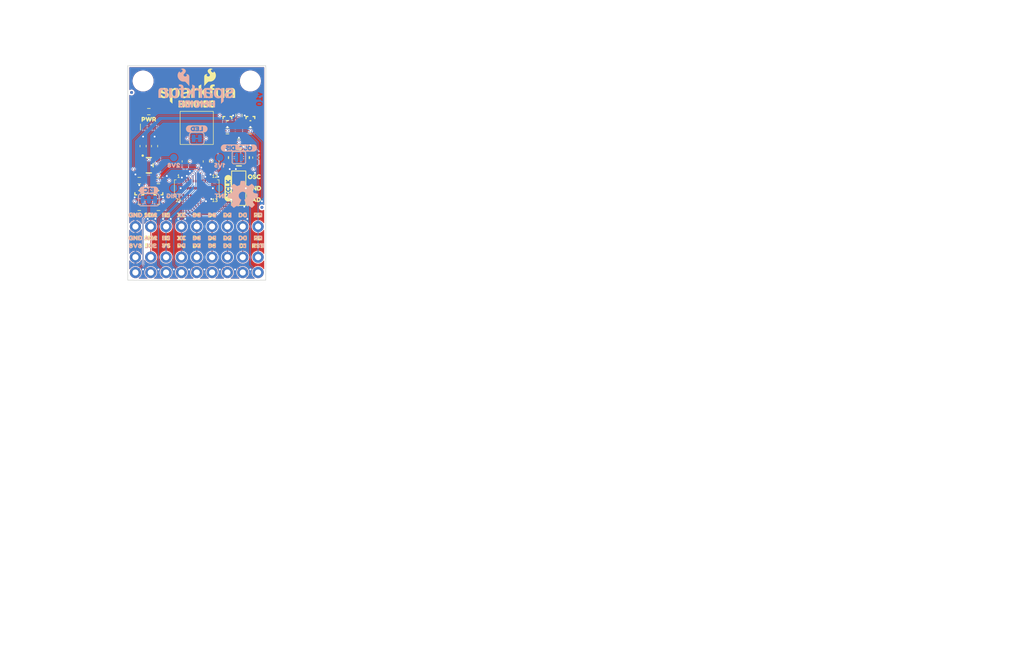
<source format=kicad_pcb>
(kicad_pcb (version 20240108) (generator "pcbnew") (generator_version "8.0")
  (title_block (title "SparkFun Camera Board - HM01B0") (date "2025-05-07") (rev "v10") (company "SparkFun Electronics") (comment 1 "Designed by: Dryw Wade"))
  (layers (0 "F.Cu" signal) (1 "In1.Cu" signal) (2 "In2.Cu" signal) (31 "B.Cu" signal) (34 "B.Paste" user) (35 "F.Paste" user) (36 "B.SilkS" user "B.Silkscreen") (37 "F.SilkS" user "F.Silkscreen") (38 "B.Mask" user) (39 "F.Mask" user) (44 "Edge.Cuts" user))
  (net 0 "")
  (net 1 "2.8V")
  (net 2 "3.3V")
  (net 3 "GND")
  (net 4 "SCL")
  (net 5 "SDA")
  (net 6 "Net-(J4-INT)")
  (net 7 "CAM_PCLK")
  (net 8 "CAM_D6")
  (net 9 "CAM_D7")
  (net 10 "CAM_SCL")
  (net 11 "PAD_XCLK")
  (net 12 "CAM_D2")
  (net 13 "CAM_D3")
  (net 14 "CAM_D0")
  (net 15 "CAM_SDA")
  (net 16 "CAM_D5")
  (net 17 "CAM_D4")
  (net 18 "CAM_D1")
  (net 19 "CAM_VS")
  (net 20 "CAM_HS")
  (net 21 "Net-(JP1-C)")
  (net 22 "Net-(JP1-A)")
  (net 23 "CAM_XCLK")
  (net 24 "Net-(JP3-A)")
  (net 25 "Net-(JP5-B)")
  (net 26 "Net-(D1-A)")
  (net 27 "1.5V")
  (net 28 "Net-(J4-TRIG)")
  (net 29 "Net-(Q3-D)")
  (net 30 "CAM_RST")
  (net 31 "CAM_PWDN")
  (net 33 "Net-(D1-K)")
  (footprint "kibuzzard-67A69D1B" (layer "F.Cu") (at 129.54 117.475)
    (property "Reference" "kibuzzard-67A69D1B" (hide yes))
    (property "Value" "G***" (hide yes))
  )
  (footprint "lcd-tft:Socket_2x12_0.4mm-pitch_5055502420" (layer "F.Cu") (at 127 109.22)
    (property "Reference" "J4")
    (property "Value" "HM01B0")
  )
  (footprint "SparkFun-Aesthetic:Creative_Commons_License" (layer "F.Cu") (at 217.17 168.91)
    (property "Reference" "G3" (hide yes))
    (property "Value" "OSHW_Logo" (hide yes))
  )
  (footprint "kibuzzard-67A69CDC" (layer "F.Cu") (at 116.84 118.745)
    (property "Reference" "kibuzzard-67A69CDC" (hide yes))
    (property "Value" "G***" (hide yes))
  )
  (footprint "kibuzzard-67A69E51" (layer "F.Cu") (at 121.92 118.745)
    (property "Reference" "kibuzzard-67A69E51" (hide yes))
    (property "Value" "G***" (hide yes))
  )
  (footprint "SparkFun-Jumper:Jumper_2_NO_NoSilk" (layer "F.Cu") (at 133.985 111.125)
    (property "Reference" "JP2")
    (property "Value" "XCLK_PAD")
  )
  (footprint "kibuzzard-67A69D1B" (layer "F.Cu") (at 129.54 113.665)
    (property "Reference" "kibuzzard-67A69D1B" (hide yes))
    (property "Value" "G***" (hide yes))
  )
  (footprint "SparkFun-Aesthetic:SparkFun_Logo_12.5mm" (layer "F.Cu") (at 127 93.345)
    (property "Reference" "G***" (hide yes))
    (property "Value" "LOGO" (hide yes))
  )
  (footprint "kibuzzard-67A69D28" (layer "F.Cu") (at 127 117.475)
    (property "Reference" "kibuzzard-67A69D28" (hide yes))
    (property "Value" "G***" (hide yes))
  )
  (footprint "kibuzzard-67ABE0F8" (layer "F.Cu") (at 124.46 113.665)
    (property "Reference" "kibuzzard-67ABE0F8" (hide yes))
    (property "Value" "G***" (hide yes))
  )
  (footprint "kibuzzard-67A69D0C" (layer "F.Cu") (at 134.62 117.475)
    (property "Reference" "kibuzzard-67A69D0C" (hide yes))
    (property "Value" "G***" (hide yes))
  )
  (footprint "SparkFun-Connector:1x09" (layer "F.Cu") (at 116.84 123.19)
    (property "Reference" "J1")
    (property "Value" "Conn_01x09")
  )
  (footprint "SparkFun-Resistor:R_0603_1608Metric" (layer "F.Cu") (at 133.985 101.6 180)
    (property "Reference" "R8")
    (property "Value" "100k")
  )
  (footprint "kibuzzard-67A69E55" (layer "F.Cu") (at 121.92 117.475)
    (property "Reference" "kibuzzard-67A69E55" (hide yes))
    (property "Value" "G***" (hide yes))
  )
  (footprint "SparkFun-Semiconductor-Standard:SC-89 SOT-490" (layer "F.Cu") (at 120.649998 110.49 180)
    (property "Reference" "Q1")
    (property "Value" "RE1C002UNTCL")
  )
  (footprint "SparkFun-Aesthetic:Fiducial_0.5mm_Mask1mm" (layer "F.Cu") (at 137.795 112.395)
    (property "Reference" "FID4")
    (property "Value" "Fiducial_0.5mm")
  )
  (footprint "SparkFun-Hardware:Standoff" (layer "F.Cu") (at 118.11 91.44)
    (property "Reference" "ST1")
    (property "Value" "Standoff")
  )
  (footprint "SparkFun-Resistor:R_0603_1608Metric" (layer "F.Cu") (at 135.89 99.695 180)
    (property "Reference" "R5")
    (property "Value" "100k")
  )
  (footprint "SparkFun-Aesthetic:Fiducial_0.5mm_Mask1mm" (layer "F.Cu") (at 116.205 93.345)
    (property "Reference" "FID1")
    (property "Value" "Fiducial_0.5mm")
  )
  (footprint "kibuzzard-67ABE11C" (layer "F.Cu") (at 137.16 113.665)
    (property "Reference" "kibuzzard-67ABE11C" (hide yes))
    (property "Value" "G***" (hide yes))
  )
  (footprint "kibuzzard-67A69D2F" (layer "F.Cu") (at 129.54 118.745)
    (property "Reference" "kibuzzard-67A69D2F" (hide yes))
    (property "Value" "G***" (hide yes))
  )
  (footprint "SparkFun-Jumper:Jumper_2_NC_Trace_NoSilk" (layer "F.Cu") (at 133.985 107.315)
    (property "Reference" "JP3")
    (property "Value" "XCLK_OSC")
  )
  (footprint "kibuzzard-681E464E" (layer "F.Cu") (at 136.525 107.315)
    (property "Reference" "kibuzzard-681E464E" (hide yes))
    (property "Value" "G***" (hide yes))
  )
  (footprint "kibuzzard-67D1FF49" (layer "F.Cu") (at 127 95.25)
    (property "Reference" "kibuzzard-67D1FF49" (hide yes))
    (property "Value" "G***" (hide yes))
  )
  (footprint "kibuzzard-67A69CD2" (layer "F.Cu") (at 137.16 118.745)
    (property "Reference" "kibuzzard-67A69CD2" (hide yes))
    (property "Value" "G***" (hide yes))
  )
  (footprint "SparkFun-Capacitor:C_0603_1608Metric" (layer "F.Cu") (at 118.11 102.235 90)
    (property "Reference" "C1")
    (property "Value" "2.2uF")
  )
  (footprint "SparkFun-Capacitor:C_0603_1608Metric" (layer "F.Cu") (at 125.095 104.775 90)
    (property "Reference" "C7")
    (property "Value" "0.1uF")
  )
  (footprint "SparkFun-Capacitor:C_0603_1608Metric" (layer "F.Cu") (at 120.015 102.235 90)
    (property "Reference" "C2")
    (property "Value" "2.2uF")
  )
  (footprint "kibuzzard-681E465E" (layer "F.Cu") (at 136.525 109.22)
    (property "Reference" "kibuzzard-681E465E" (hide yes))
    (property "Value" "G***" (hide yes))
  )
  (footprint "SparkFun-Resistor:R_0603_1608Metric" (layer "F.Cu") (at 117.475 107.95)
    (property "Reference" "R4")
    (property "Value" "2.2k")
  )
  (footprint "kibuzzard-67A69CE2" (layer "F.Cu") (at 116.84 117.475)
    (property "Reference" "kibuzzard-67A69CE2" (hide yes))
    (property "Value" "G***" (hide yes))
  )
  (footprint "kibuzzard-67A69CEA" (layer "F.Cu") (at 119.38 113.665)
    (property "Reference" "kibuzzard-67A69CEA" (hide yes))
    (property "Value" "G***" (hide yes))
  )
  (footprint "SparkFun-Resistor:R_0603_1608Metric" (layer "F.Cu") (at 119.0625 96.52 180)
    (property "Reference" "R7")
    (property "Value" "2.2k")
  )
  (footprint "kibuzzard-67A69D0C" (layer "F.Cu") (at 134.62 113.665)
    (property "Reference" "kibuzzard-67A69D0C" (hide yes))
    (property "Value" "G***" (hide yes))
  )
  (footprint "kibuzzard-67ABE102" (layer "F.Cu") (at 124.46 118.745)
    (property "Reference" "kibuzzard-67ABE102" (hide yes))
    (property "Value" "G***" (hide yes))
  )
  (footprint "kibuzzard-67A69D32" (layer "F.Cu") (at 127 118.745)
    (property "Reference" "kibuzzard-67A69D32" (hide yes))
    (property "Value" "G***" (hide yes))
  )
  (footprint "SparkFun-Resistor:R_0603_1608Metric" (layer "F.Cu") (at 120.649998 107.95)
    (property "Reference" "R3")
    (property "Value" "2.2k")
  )
  (footprint "kibuzzard-681E60D5" (layer "F.Cu") (at 132.207 109.22 90)
    (property "Reference" "kibuzzard-681E60D5" (hide yes))
    (property "Value" "G***" (hide yes))
  )
  (footprint "kibuzzard-67A69CE6" (layer "F.Cu") (at 119.38 118.745)
    (property "Reference" "kibuzzard-67A69CE6" (hide yes))
    (property "Value" "G***" (hide yes))
  )
  (footprint "lcd-tft:HM01B0-ANA-00FT870" (layer "F.Cu") (at 127 109.22)
    (property "Reference" "U1")
    (property "Value" "HM01B0")
  )
  (footprint "SparkFun-Semiconductor-Standard:SC-89 SOT-490" (layer "F.Cu") (at 117.475 110.49 180)
    (property "Reference" "Q2")
    (property "Value" "RE1C002UNTCL")
  )
  (footprint "kibuzzard-67ABE0F8" (layer "F.Cu") (at 124.46 117.475)
    (property "Reference" "kibuzzard-67ABE0F8" (hide yes))
    (property "Value" "G***" (hide yes))
  )
  (footprint "kibuzzard-67D21B41" (layer "F.Cu") (at 119.0625 97.79)
    (property "Reference" "kibuzzard-67D21B41" (hide yes))
    (property "Value" "G***" (hide yes))
  )
  (footprint "SparkFun-Capacitor:C_0603_1608Metric" (layer "F.Cu") (at 136.779 104.14 90)
    (property "Reference" "C5")
    (property "Value" "10nF")
  )
  (footprint "kibuzzard-681E611B" (layer "F.Cu") (at 136.525 111.125)
    (property "Reference" "kibuzzard-681E611B" (hide yes))
    (property "Value" "G***" (hide yes))
  )
  (footprint "SparkFun-Capacitor:C_0603_1608Metric" (layer "F.Cu") (at 130.175 104.775 90)
    (property "Reference" "C6")
    (property "Value" "0.1uF")
  )
  (footprint "SparkFun-Resistor:R_0603_1608Metric" (layer "F.Cu") (at 120.649996 112.395)
    (property "Reference" "R1")
    (property "Value" "2.2k")
  )
  (footprint "SparkFun-Capacitor:C_0603_1608Metric" (layer "F.Cu") (at 128.5875 104.775 90)
    (property "Reference" "C8")
    (property "Value" "0.1uF")
  )
  (footprint "SparkFun-Semiconductor-Standard:SC-89 SOT-490" (layer "F.Cu") (at 132.08 97.155)
    (property "Reference" "Q4")
    (property "Value" "RE1C002UNTCL")
  )
  (footprint "SparkFun-Resistor:R_0603_1608Metric" (layer "F.Cu") (at 132.08 99.695 180)
    (property "Reference" "R6")
    (property "Value" "100k")
  )
  (footprint "SparkFun-Jumper:Jumper_2_NO_NoSilk" (layer "F.Cu") (at 133.985 109.22)
    (property "Reference" "JP6")
    (property "Value" "XCLK_GND")
  )
  (footprint "kibuzzard-67ABE11C" (layer "F.Cu") (at 137.16 117.475)
    (property "Reference" "kibuzzard-67ABE11C" (hide yes))
    (property "Value" "G***" (hide yes))
  )
  (footprint "kibuzzard-67A69D16" (layer "F.Cu") (at 132.08 113.665)
    (property "Reference" "kibuzzard-67A69D16" (hide yes))
    (property "Value" "G***" (hide yes))
  )
  (footprint "kibuzzard-67A69CE2" (layer "F.Cu") (at 116.84 113.665)
    (property "Reference" "kibuzzard-67A69CE2" (hide yes))
    (property "Value" "G***" (hide yes))
  )
  (footprint "SparkFun-Resistor:R_0603_1608Metric" (layer "F.Cu") (at 117.475 112.395)
    (property "Reference" "R2")
    (property "Value" "2.2k")
  )
  (footprint "SparkFun-LED:LED_0603_1608Metric_Red" (layer "F.Cu") (at 119.0625 99.06)
    (property "Reference" "D1")
    (property "Value" "Red")
  )
  (footprint "SparkFun-Connector:1x09" (layer "F.Cu") (at 116.84 115.57)
    (property "Reference" "J3")
    (property "Value" "Conn_01x09")
  )
  (footprint "kibuzzard-67A69D16" (layer "F.Cu") (at 132.08 117.475)
    (property "Reference" "kibuzzard-67A69D16" (hide yes))
    (property "Value" "G***" (hide yes))
  )
  (footprint "SparkFun-Hardware:Standoff" (layer "F.Cu") (at 135.89 91.44)
    (property "Reference" "ST2")
    (property "Value" "Standoff")
  )
  (footprint "SparkFun-Resistor:R_0603_1608Metric" (layer "F.Cu") (at 133.985 97.155 90)
    (property "Reference" "R9")
    (property "Value" "100k")
  )
  (footprint "SparkFun-Clock:Crystal_SMD_3.2x2.5mm" (layer "F.Cu") (at 133.985 104.14 180)
    (property "Reference" "Y1")
    (property "Value" "24MHz")
  )
  (footprint "kibuzzard-67A69E55" (layer "F.Cu") (at 121.92 113.665)
    (property "Reference" "kibuzzard-67A69E55" (hide yes))
    (property "Value" "G***" (hide yes))
  )
  (footprint "SparkFun-Semiconductor-Standard:SOT23-5" (layer "F.Cu") (at 119.0625 105.41)
    (property "Reference" "U2")
    (property "Value" "RT9080-2.8V")
  )
  (footprint "kibuzzard-67A69CEA" (layer "F.Cu") (at 119.38 117.475)
    (property "Reference" "kibuzzard-67A69CEA" (hide yes))
    (property "Value" "G***" (hide yes))
  )
  (footprint "kibuzzard-67A69D28" (layer "F.Cu") (at 127 113.665)
    (property "Reference" "kibuzzard-67A69D28" (hide yes))
    (property "Value" "G***" (hide yes))
  )
  (footprint "SparkFun-Semiconductor-Standard:SC-89 SOT-490" (layer "F.Cu") (at 135.89 97.155)
    (property "Reference" "Q3")
    (property "Value" "RE1C002UNTCL")
  )
  (footprint "kibuzzard-67A69D2C" (layer "F.Cu") (at 132.08 118.745)
    (property "Reference" "kibuzzard-67A69D2C" (hide yes))
    (property "Value" "G***" (hide yes))
  )
  (footprint "kibuzzard-67A69D0F" (layer "F.Cu") (at 134.62 118.745)
    (property "Reference" "kibuzzard-67A69D0F" (hide yes))
    (property "Value" "G***" (hide yes))
  )
  (footprint "SparkFun-Connector:1x09" (layer "F.Cu") (at 116.84 120.65)
    (property "Reference" "J2")
    (property "Value" "Conn_01x09")
  )
  (footprint "kibuzzard-67A69D2C" (layer "B.Cu") (at 132.08 118.745 180)
    (property "Reference" "kibuzzard-67A69D2C" (hide yes))
    (property "Value" "G***" (hide yes))
  )
  (footprint "SparkFun-Aesthetic:Fiducial_0.5mm_Mask1mm" (layer "B.Cu") (at 116.205 93.345 180)
    (property "Reference" "FID3")
    (property "Value" "Fiducial_0.5mm")
  )
  (footprint "SparkFun-Connector:TestPoint-1.25mm" (layer "B.Cu") (at 123.19 104.14 180)
    (property "Reference" "TP3")
    (property "Value" "1.25mm")
  )
  (footprint "SparkFun-Connector:TestPoint-1.25mm" (layer "B.Cu") (at 123.19 109.22 180)
    (property "Reference" "TP1")
    (property "Value" "1.25mm")
  )
  (footprint "kibuzzard-67A69D0F" (layer "B.Cu") (at 134.62 118.745 180)
    (property "Reference" "kibuzzard-67A69D0F" (hide yes))
    (property "Value" "G***" (hide yes))
  )
  (footprint "kibuzzard-67ABE0F8" (layer "B.Cu") (at 124.46 113.665 180)
    (property "Reference" "kibuzzard-67ABE0F8" (hide yes))
    (property "Value" "G***" (hide yes))
  )
  (footprint "SparkFun-Aesthetic:OSHW_Logo_5mm" (layer "B.Cu") (at 134.62 110.49 180)
    (property "Reference" "Ref**" (hide yes))
    (property "Value" "Val**" (hide yes))
  )
  (footprint "kibuzzard-67ABE0F8" (layer "B.Cu") (at 124.46 117.475 180)
    (property "Reference" "kibuzzard-67ABE0F8" (hide yes))
    (property "Value" "G***" (hide yes))
  )
  (footprint "kibuzzard-67ABE11C" (layer "B.Cu") (at 137.16 113.665 180)
    (property "Reference" "kibuzzard-67ABE11C" (hide yes))
    (property "Value" "G***" (hide yes))
  )
  (footprint "kibuzzard-67A69E55" (layer "B.Cu") (at 121.92 117.475 180)
    (property "Reference" "kibuzzard-67A69E55" (hide yes))
    (property "Value" "G***" (hide yes))
  )
  (footprint "kibuzzard-67A69D0C" (layer "B.Cu") (at 134.62 113.665 180)
    (property "Reference" "kibuzzard-67A69D0C" (hide yes))
    (property "Value" "G***" (hide yes))
  )
  (footprint "kibuzzard-67A69D16" (layer "B.Cu") (at 132.08 113.665 180)
    (property "Reference" "kibuzzard-67A69D16" (hide yes))
    (property "Value" "G***" (hide yes))
  )
  (footprint "kibuzzard-67A69CE2" (layer "B.Cu") (at 116.84 113.665 180)
    (property "Reference" "kibuzzard-67A69CE2" (hide yes))
    (property "Value" "G***" (hide yes))
  )
  (footprint "SparkFun-Aesthetic:Fiducial_0.5mm_Mask1mm" (layer "B.Cu") (at 137.795 112.395 180)
    (property "Reference" "FID2")
    (property "Value" "Fiducial_0.5mm")
  )
  (footprint "kibuzzard-67A69D28" (layer "B.Cu") (at 127 117.475 180)
    (property "Reference" "kibuzzard-67A69D28" (hide yes))
    (property "Value" "G***" (hide yes))
  )
  (footprint "SparkFun-Connector:TestPoint-1.25mm" (layer "B.Cu") (at 130.81 104.14 180)
    (property "Reference" "TP4")
    (property "Value" "1.25mm")
  )
  (footprint "kibuzzard-67A69D16" (layer "B.Cu") (at 132.08 117.475 180)
    (property "Reference" "kibuzzard-67A69D16" (hide yes))
    (property "Value" "G***" (hide yes))
  )
  (footprint "kibuzzard-681BB1F9" (layer "B.Cu") (at 123.19 105.41 180)
    (property "Reference" "kibuzzard-681BB1F9" (hide yes))
    (property "Value" "G***" (hide yes))
  )
  (footprint "kibuzzard-67A69D32" (layer "B.Cu") (at 127 118.745 180)
    (property "Reference" "kibuzzard-67A69D32" (hide yes))
    (property "Value" "G***" (hide yes))
  )
  (footprint "kibuzzard-67ABE11C" (layer "B.Cu") (at 137.16 117.475 180)
    (property "Reference" "kibuzzard-67ABE11C" (hide yes))
    (property "Value" "G***" (hide yes))
  )
  (footprint "kibuzzard-67C103CA" (layer "B.Cu") (at 127 99.3775 180)
    (property "Reference" "kibuzzard-67C103CA" (hide yes))
    (property "Value" "G***" (hide yes))
  )
  (footprint "SparkFun-Connector:TestPoint-1.25mm" (layer "B.Cu") (at 130.81 109.22 180)
    (property "Reference" "TP2")
    (property "Value" "1.25mm")
  )
  (footprint "SparkFun-Aesthetic:SparkFun_Logo_12.5mm" (layer "B.Cu") (at 127 93.345 180)
    (property "Reference" "G***" (hide yes))
    (property "Value" "LOGO" (hide yes))
  )
  (footprint "kibuzzard-67A69CE6" (layer "B.Cu") (at 119.38 118.745 180)
    (property "Reference" "kibuzzard-67A69CE6" (hide yes))
    (property "Value" "G***" (hide yes))
  )
  (footprint "kibuzzard-67A69D1B" (layer "B.Cu") (at 129.54 113.665 180)
    (property "Reference" "kibuzzard-67A69D1B" (hide yes))
    (property "Value" "G***" (hide yes))
  )
  (footprint "kibuzzard-67A69D0C" (layer "B.Cu") (at 134.62 117.475 180)
    (property "Reference" "kibuzzard-67A69D0C" (hide yes))
    (property "Value" "G***" (hide yes))
  )
  (footprint "kibuzzard-67A69D28" (layer "B.Cu") (at 127 113.665 180)
    (property "Reference" "kibuzzard-67A69D28" (hide yes))
    (property "Value" "G***" (hide yes))
  )
  (footprint "SparkFun-Jumper:Jumper_3_NC-2_Trace" (layer "B.Cu") (at 119.0625 111.125)
    (property "Reference" "JP1")
    (property "Value" "I2C")
  )
  (footprint "kibuzzard-67A69CE2" (layer "B.Cu") (at 116.84 117.475 180)
    (property "Reference" "kibuzzard-67A69CE2" (hide yes))
    (property "Value" "G***" (hide yes))
  )
  (footprint "kibuzzard-67D20C5D" (layer "B.Cu") (at 123.19 110.49 180)
    (property "Reference" "kibuzzard-67D20C5D" (hide yes))
    (property "Value" "G***" (hide yes))
  )
  (footprint "kibuzzard-67A69D2F" (layer "B.Cu") (at 129.54 118.745 180)
    (property "Reference" "kibuzzard-67A69D2F" (hide yes))
    (property "Value" "G***" (hide yes))
  )
  (footprint "kibuzzard-67A69E55" (layer "B.Cu") (at 121.92 113.665 180)
    (property "Reference" "kibuzzard-67A69E55" (hide yes))
    (property "Value" "G***" (hide yes))
  )
  (footprint "kibuzzard-67BD0B0F" (layer "B.Cu") (at 119.0625 109.5375 180)
    (property "Reference" "kibuzzard-67BD0B0F" (hide yes))
    (property "Value" "G***" (hide yes))
  )
  (footprint "kibuzzard-67A69D1B" (layer "B.Cu") (at 129.54 117.475 180)
    (property "Reference" "kibuzzard-67A69D1B" (hide yes))
    (property "Value" "G***" (hide yes))
  )
  (footprint "kibuzzard-67A69CDC" (layer "B.Cu") (at 116.84 118.745 180)
    (property "Reference" "kibuzzard-67A69CDC" (hide yes))
    (property "Value" "G***" (hide yes))
  )
  (footprint "kibuzzard-67A69CEA" (layer "B.Cu") (at 119.38 117.475 180)
    (property "Reference" "kibuzzard-67A69CEA" (hide yes))
    (property "Value" "G***" (hide yes))
  )
  (footprint "kibuzzard-67A69CD2" (layer "B.Cu") (at 137.16 118.745 180)
    (property "Reference" "kibuzzard-67A69CD2" (hide yes))
    (property "Value" "G***" (hide yes))
  )
  (footprint "kibuzzard-67A69E51" (layer "B.Cu") (at 121.92 118.745 180)
    (property "Reference" "kibuzzard-67A69E51" (hide yes))
    (property "Value" "G***" (hide yes))
  )
  (footprint "SparkFun-Jumper:Jumper_2_NO" (layer "B.Cu") (at 133.985 104.14)
    (property "Reference" "JP5")
    (property "Value" "OSC_DIS")
  )
  (footprint "kibuzzard-67D1FF49" (layer "B.Cu") (at 127 95.25 180)
    (property "Reference" "kibuzzard-67D1FF49" (hide yes))
    (property "Value" "G***" (hide yes))
  )
  (footprint "kibuzzard-67A69CEA" (layer "B.Cu") (at 119.38 113.665 180)
    (property "Reference" "kibuzzard-67A69CEA" (hide yes))
    (property "Value" "G***" (hide yes))
  )
  (footprint "kibuzzard-67D20C65" (layer "B.Cu") (at 130.81 110.49 180)
    (property "Reference" "kibuzzard-67D20C65" (hide yes))
    (property "Value" "G***" (hide yes))
  )
  (footprint "kibuzzard-681E4621" (layer "B.Cu") (at 133.985 102.5525 180)
    (property "Reference" "kibuzzard-681E4621" (hide yes))
    (property "Value" "G***" (hide yes))
  )
  (footprint "kibuzzard-67ABE102" (layer "B.Cu") (at 124.46 118.745 180)
    (property "Reference" "kibuzzard-67ABE102" (hide yes))
    (property "Value" "G***" (hide yes))
  )
  (footprint "kibuzzard-681BB1E7" (layer "B.Cu") (at 130.81 105.41 180)
    (property "Reference" "kibuzzard-681BB1E7" (hide yes))
    (property "Value" "G***" (hide yes))
  )
  (footprint "SparkFun-Jumper:Jumper_2_NC_Trace" (layer "B.Cu") (at 127 100.965)
    (property "Reference" "JP7")
    (property "Value" "PWR")
  )
  (gr_rect (start 132.7785 106.3625) (end 135.128 112.0775) (stroke (width 0.1524)) (fill none) (layer "F.SilkS"))
  (gr_poly (pts (xy 115.57 124.46) (xy 115.57 88.9) (xy 138.43 88.9) (xy 138.43 124.46)) (stroke (width 0.1)) (fill none) (layer "Edge.Cuts"))
  (gr_text "v10" (at 137.414 94.488 90) (layer "B.Cu" knockout) (effects (font (size 0.889 0.889) (thickness 0.22225) (bold yes)) (justify mirror)))
  (segment (start 121.149998 109.39) (end 121.474998 109.065) (width 0.127) (layer "F.Cu") (net 1))
  (segment (start 120.015 103.632) (end 120.015 103.01) (width 0.254) (layer "F.Cu") (net 1))
  (segment (start 124.941553 107.007841) (end 125.095 106.854394) (width 0.127) (layer "F.Cu") (net 1))
  (segment (start 124.941553 107.352053) (end 124.941553 107.007841) (width 0.127) (layer "F.Cu") (net 1))
  (segment (start 125.87 104.775) (end 125.095 105.55) (width 0.127) (layer "F.Cu") (net 1))
  (segment (start 128.834933 107.512067) (end 128.834933 106.482933) (width 0.127) (layer "F.Cu") (net 1))
  (segment (start 118.539623 108.825377) (end 117.975 109.39) (width 0.127) (layer "F.Cu") (net 1))
  (segment (start 118.539623 108.825376) (end 118.3 108.585753) (width 0.127) (layer "F.Cu") (net 1))
  (segment (start 133.985 101.6) (end 133.16 101.6) (width 0.127) (layer "F.Cu") (net 1))
  (segment (start 135.16 104.915) (end 136.779 104.915) (width 0.127) (layer "F.Cu") (net 1))
  (segment (start 125.2 107.6105) (end 124.941553 107.352053) (width 0.127) (layer "F.Cu") (net 1))
  (segment (start 136.398 106.045) (end 136.779 105.664) (width 0.127) (layer "F.Cu") (net 1))
  (segment (start 120.3626 104.46) (end 120.3626 105.0624) (width 0.254) (layer "F.Cu") (net 1))
  (segment (start 118.3 108.585753) (end 118.3 107.95) (width 0.127) (layer "F.Cu") (net 1))
  (segment (start 128.8 107.547) (end 128.834933 107.512067) (width 0.127) (layer "F.Cu") (net 1))
  (segment (start 120.3626 104.46) (end 120.3626 103.9796) (width 0.254) (layer "F.Cu") (net 1))
  (segment (start 128.834933 106.482933) (end 128.5875 106.2355) (width 0.127) (layer "F.Cu") (net 1))
  (segment (start 129.413 104.648) (end 129.413 104.7245) (width 0.127) (layer "F.Cu") (net 1))
  (segment (start 128.5875 106.2355) (end 128.5875 105.55) (width 0.127) (layer "F.Cu") (net 1))
  (segment (start 129.413 104.7245) (end 128.5875 105.55) (width 0.127) (layer "F.Cu") (net 1))
  (segment (start 121.474998 109.065) (end 121.474998 107.95) (width 0.127) (layer "F.Cu") (net 1))
  (segment (start 120.3626 103.9796) (end 120.015 103.632) (width 0.254) (layer "F.Cu") (net 1))
  (segment (start 125.095 106.854394) (end 125.095 105.55) (width 0.127) (layer "F.Cu") (net 1))
  (segment (start 120.3626 105.0624) (end 120.3325 105.0925) (width 0.254) (layer "F.Cu") (net 1))
  (segment (start 136.779 105.664) (end 136.779 104.915) (width 0.127) (layer "F.Cu") (net 1))
  (segment (start 128.8 108.045) (end 128.8 107.547) (width 0.127) (layer "F.Cu") (net 1))
  (segment (start 118.539623 108.825376) (end 118.539623 108.825377) (width 0.127) (layer "F.Cu") (net 1))
  (segment (start 121.474998 107.95) (end 122.428 107.95) (width 0.127) (layer "F.Cu") (net 1))
  (segment (start 125.2 108.045) (end 125.2 107.6105) (width 0.127) (layer "F.Cu") (net 1))
  (segment (start 135.085 104.99) (end 135.16 104.915) (width 0.127) (layer "F.Cu") (net 1))
  (via (at 118.539623 108.825376) (size 0.45) (drill 0.3) (layers "F.Cu" "B.Cu") (net 1))
  (via (at 122.428 107.95) (size 0.45) (drill 0.3) (layers "F.Cu" "B.Cu") (net 1))
  (via (at 136.398 106.045) (size 0.45) (drill 0.3) (layers "F.Cu" "B.Cu") (net 1))
  (via (at 129.413 104.648) (size 0.45) (drill 0.3) (layers "F.Cu" "B.Cu") (net 1))
  (via (at 128.524 100.965) (size 0.45) (drill 0.3) (layers "F.Cu" "B.Cu") (net 1))
  (via (at 125.87 104.775) (size 0.45) (drill 0.3) (layers "F.Cu" "B.Cu") (net 1))
  (via (at 120.3325 105.0925) (size 0.45) (drill 0.3) (layers "F.Cu" "B.Cu") (net 1))
  (via (at 133.985 101.6) (size 0.45) (drill 0.3) (layers "F.Cu" "B.Cu") (net 1))
  (segment (start 121.285 104.14) (end 120.3325 105.0925) (width 0.127) (layer "B.Cu") (net 1))
  (segment (start 123.19 104.14) (end 121.285 104.14) (width 0.127) (layer "B.Cu") (net 1))
  (segment (start 127.5207 100.965) (end 128.524 100.965) (width 0.127) (layer "B.Cu") (net 1))
  (segment (start 133.985 97.98) (end 133.985 97.155) (width 0.127) (layer "F.Cu") (net 2))
  (segment (start 117.7624 103.9796) (end 117.7624 104.46) (width 0.127) (layer "F.Cu") (net 2))
  (segment (start 118.11 103.632) (end 117.7624 103.9796) (width 0.127) (layer "F.Cu") (net 2))
  (segment (start 119.06 104.46) (end 119.0625 104.4575) (width 0.127) (layer "F.Cu") (net 2))
  (segment (start 117.7624 104.46) (end 119.06 104.46) (width 0.127) (layer "F.Cu") (net 2))
  (segment (start 118.11 103.01) (end 118.11 103.632) (width 0.127) (layer "F.Cu") (net 2))
  (via (at 133.985 97.155) (size 0.45) (drill 0.3) (layers "F.Cu" "B.Cu") (net 2))
  (via (at 119.0625 104.4575) (size 0.45) (drill 0.3) (layers "F.Cu" "B.Cu") (net 2))
  (segment (start 119.0625 100.33) (end 121.285 98.1075) (width 0.127) (layer "B.Cu") (net 2))
  (segment (start 116.84 123.19) (end 118.11 121.92) (width 0.127) (layer "B.Cu") (net 2))
  (segment (start 118.11 114.3) (end 119.0625 113.3475) (width 0.127) (layer "B.Cu") (net 2))
  (segment (start 118.11 121.92) (end 118.11 114.3) (width 0.127) (layer "B.Cu") (net 2))
  (segment (start 119.0625 111.125) (end 119.0625 104.4575) (width 0.127) (layer "B.Cu") (net 2))
  (segment (start 119.0625 104.4575) (end 119.0625 100.33) (width 0.127) (layer "B.Cu") (net 2))
  (segment (start 121.285 98.1075) (end 133.0325 98.1075) (width 0.127) (layer "B.Cu") (net 2))
  (segment (start 119.0625 113.3475) (end 119.0625 111.125) (width 0.127) (layer "B.Cu") (net 2))
  (segment (start 133.0325 98.1075) (end 133.985 97.155) (width 0.127) (layer "B.Cu") (net 2))
  (via (at 128.27 122.682) (size 0.45) (drill 0.3) (layers "F.Cu" "B.Cu") (net 3))
  (via (at 121.412 114.3) (size 0.45) (drill 0.3) (layers "F.Cu" "B.Cu") (net 3))
  (via (at 120.142 114.3) (size 0.45) (drill 0.3) (layers "F.Cu" "B.Cu") (net 3))
  (via (at 132.715 109.22) (size 0.45) (drill 0.3) (layers "F.Cu" "B.Cu") (net 3))
  (via (at 135.89 122.682) (size 0.45) (drill 0.3) (layers "F.Cu" "B.Cu") (net 3))
  (via (at 117.475 108.712) (size 0.45) (drill 0.3) (layers "F.Cu" "B.Cu") (net 3))
  (via (at 116.713 110.744) (size 0.45) (drill 0.3) (layers "F.Cu" "B.Cu") (net 3))
  (via (at 118.11 100.6602) (size 0.45) (drill 0.3) (layers "F.Cu" "B.Cu") (net 3))
  (via (at 118.11 122.682) (size 0.45) (drill 0.3) (layers "F.Cu" "B.Cu") (net 3))
  (via (at 122.682 114.3) (size 0.45) (drill 0.3) (layers "F.Cu" "B.Cu") (net 3))
  (via (at 120.65 122.682) (size 0.45) (drill 0.3) (layers "F.Cu" "B.Cu") (net 3))
  (via (at 124.333 109.22) (size 0.45) (drill 0.3) (layers "F.Cu" "B.Cu") (net 3))
  (via (at 130.556 107.315) (size 0.45) (drill 0.3) (layers "F.Cu" "B.Cu") (net 3))
  (via (at 137.795 111.379) (size 0.45) (drill 0.3) (layers "F.Cu" "B.Cu") (net 3))
  (via (at 134.9375 97.155) (size 0.45) (drill 0.3) (layers "F.Cu" "B.Cu") (net 3))
  (via (at 135.382 114.3) (size 0.45) (drill 0.3) (layers "F.Cu" "B.Cu") (net 3))
  (via (at 135.89 99.06) (size 0.45) (drill 0.3) (layers "F.Cu" "B.Cu") (net 3))
  (via (at 118.872 114.3) (size 0.45) (drill 0.3) (layers "F.Cu" "B.Cu") (net 3))
  (via (at 132.461 106.045) (size 0.45) (drill 0.3) (layers "F.Cu" "B.Cu") (net 3))
  (via (at 124.53881 107.454225) (size 0.45) (drill 0.3) (layers "F.Cu" "B.Cu") (net 3))
  (via (at 121.412 110.744) (size 0.45) (drill 0.3) (layers "F.Cu" "B.Cu") (net 3))
  (via (at 129.286 106.934) (size 0.45) (drill 0.3) (layers "F.Cu" "B.Cu") (net 3))
  (via (at 132.08 99.06) (size 0.45) (drill 0.3) (layers "F.Cu" "B.Cu") (net 3))
  (via (at 133.985 100.838) (size 0.45) (drill 0.3) (layers "F.Cu" "B.Cu") (net 3))
  (via (at 123.952 114.3) (size 0.45) (drill 0.3) (layers "F.Cu" "B.Cu") (net 3))
  (via (at 130.81 122.682) (size 0.45) (drill 0.3) (layers "F.Cu" "B.Cu") (net 3))
  (via (at 133.477 106.045) (size 0.45) (drill 0.3) (layers "F.Cu" "B.Cu") (net 3))
  (via (at 135.89 102.108) (size 0.45) (drill 0.3) (layers "F.Cu" "B.Cu") (net 3))
  (via (at 131.826 102.87) (size 0.45) (drill 0.3) (layers "F.Cu" "B.Cu") (net 3))
  (via (at 135.128 109.22) (size 0.45) (drill 0.3) (layers "F.Cu" "B.Cu") (net 3))
  (via (at 120.015 100.6602) (size 0.45) (drill 0.3) (layers "F.Cu" "B.Cu") (net 3))
  (via (at 129.413 110.998) (size 0.45) (drill 0.3) (layers "F.Cu" "B.Cu") (net 3))
  (via (at 125.095 114.3) (size 0.45) (drill 0.3) (layers "F.Cu" "B.Cu") (net 3))
  (via (at 128.532087 111.383043) (size 0.45) (drill 0.3) (layers "F.Cu" "B.Cu") (net 3))
  (via (at 116.84 106.934) (size 0.45) (drill 0.3) (layers "F.Cu" "B.Cu") (net 3))
  (via (at 134.874 112.268) (size 0.45) (drill 0.3) (layers "F.Cu" "B.Cu") (net 3))
  (via (at 127.7605 105.790975) (size 0.45) (drill 0.3) (layers "F.Cu" "B.Cu") (net 3))
  (via (at 125.357053 107.179947) (size 0.45) (drill 0.3) (layers "F.Cu" "B.Cu") (net 3))
  (via (at 122.047 107.188) (size 0.45) (drill 0.3) (layers "F.Cu" "B.Cu") (net 3))
  (via (at 124.079 111.506) (size 0.45) (drill 0.3) (layers "F.Cu" "B.Cu") (net 3))
  (via (at 123.19 122.682) (size 0.45) (drill 0.3) (layers "F.Cu" "B.Cu") (net 3))
  (via (at 129.667 109.22) (size 0.45) (drill 0.3) (layers "F.Cu" "B.Cu") (net 3))
  (via (at 125.73 122.682) (size 0.45) (drill 0.3) (layers "F.Cu" "B.Cu") (net 3))
  (via (at 128.419433 107.320168) (size 0.45) (drill 0.3) (layers "F.Cu" "B.Cu") (net 3))
  (via (at 136.652 106.68) (size 0.45) (drill 0.3) (layers "F.Cu" "B.Cu") (net 3))
  (via (at 119.507 105.41) (size 0.45) (drill 0.3) (layers "F.Cu" "B.Cu") (net 3))
  (via (at 133.35 122.682) (size 0.45) (drill 0.3) (layers "F.Cu" "B.Cu") (net 3))
  (via (at 133.0325 97.155) (size 0.45) (drill 0.3) (layers "F.Cu" "B.Cu") (net 3))
  (via (at 125.857 106.426) (size 0.45) (drill 0.3) (layers "F.Cu" "B.Cu") (net 3))
  (segment (start 119.38 123.19) (end 118.11 121.92) (width 0.127) (layer "F.Cu") (net 4))
  (segment (start 118.11 114.3) (end 118.3 114.11) (width 0.127) (layer "F.Cu") (net 4))
  (segment (start 118.11 121.92) (end 118.11 114.3) (width 0.127) (layer "F.Cu") (net 4))
  (segment (start 118.3 112.395) (end 118.3 111.365) (width 0.127) (layer "F.Cu") (net 4))
  (segment (start 118.3 111.365) (end 117.475 110.54) (width 0.127) (layer "F.Cu") (net 4))
  (segment (start 118.3 114.11) (end 118.3 112.395) (width 0.127) (layer "F.Cu") (net 4))
  (segment (start 119.824996 111.365002) (end 120.649998 110.54) (width 0.127) (layer "F.Cu") (net 5))
  (segment (start 119.38 114.3) (end 119.824996 113.855004) (width 0.127) (layer "F.Cu") (net 5))
  (segment (start 119.824996 113.855004) (end 119.824996 112.395) (width 0.127) (layer "F.Cu") (net 5))
  (segment (start 119.38 120.65) (end 119.38 115.57) (width 0.127) (layer "F.Cu") (net 5))
  (segment (start 119.824996 112.395) (end 119.824996 111.365002) (width 0.127) (layer "F.Cu") (net 5))
  (segment (start 119.38 115.57) (end 119.38 114.3) (width 0.127) (layer "F.Cu") (net 5))
  (segment (start 128 106.931008) (end 128.070004 106.861004) (width 0.127) (layer "F.Cu") (net 6))
  (segment (start 128 108.045) (end 128 106.931008) (width 0.127) (layer "F.Cu") (net 6))
  (via (at 128.070004 106.861004) (size 0.45) (drill 0.3) (layers "F.Cu" "B.Cu") (net 6))
  (segment (start 128.003933 106.927075) (end 128.070004 106.861004) (width 0.127) (layer "B.Cu") (net 6))
  (segment (start 130.175 108.585) (end 128.905 108.585) (width 0.127) (layer "B.Cu") (net 6))
  (segment (start 128.905 108.585) (end 128.003933 107.683933) (width 0.127) (layer "B.Cu") (net 6))
  (segment (start 130.81 109.22) (end 130.175 108.585) (width 0.127) (layer "B.Cu") (net 6))
  (segment (start 128.003933 107.683933) (end 128.003933 106.927075) (width 0.127) (layer "B.Cu") (net 6))
  (segment (start 128 111.109) (end 128 110.395) (width 0.127) (layer "F.Cu") (net 7))
  (segment (start 128.016 111.125) (end 128 111.109) (width 0.127) (layer "F.Cu") (net 7))
  (via (at 128.016 111.125) (size 0.45) (drill 0.3) (layers "F.Cu" "B.Cu") (net 7))
  (segment (start 124.46 123.19) (end 123.19 121.92) (width 0.127) (layer "B.Cu") (net 7))
  (segment (start 124.46 113.03) (end 126.111 113.03) (width 0.127) (layer "B.Cu") (net 7))
  (segment (start 123.19 114.3) (end 124.46 113.03) (width 0.127) (layer "B.Cu") (net 7))
  (segment (start 126.111 113.03) (end 128.016 111.125) (width 0.127) (layer "B.Cu") (net 7))
  (segment (start 123.19 121.92) (end 123.19 114.3) (width 0.127) (layer "B.Cu") (net 7))
  (segment (start 127 120.65) (end 127 115.57) (width 0.127) (layer "F.Cu") (net 8))
  (segment (start 127 115.57) (end 127 114.3) (width 0.127) (layer "F.Cu") (net 8))
  (segment (start 126.111 114.046) (end 125.2 113.135) (width 0.127) (layer "F.Cu") (net 8))
  (segment (start 127 114.3) (end 126.746 114.046) (width 0.127) (layer "F.Cu") (net 8))
  (segment (start 126.746 114.046) (end 126.111 114.046) (width 0.127) (layer "F.Cu") (net 8))
  (segment (start 125.2 113.135) (end 125.2 110.395) (width 0.127) (layer "F.Cu") (net 8))
  (segment (start 125.73 121.92) (end 127 123.19) (width 0.127) (layer "F.Cu") (net 9))
  (segment (start 124.8 113.37) (end 125.73 114.3) (width 0.127) (layer "F.Cu") (net 9))
  (segment (start 125.73 114.3) (end 125.73 121.92) (width 0.127) (layer "F.Cu") (net 9))
  (segment (start 124.8 110.395) (end 124.8 113.37) (width 0.127) (layer "F.Cu") (net 9))
  (segment (start 127.2 105.517151) (end 127.2 108.045) (width 0.127) (layer "F.Cu") (net 10))
  (segment (start 116.975 109.39) (end 116.65 109.065) (width 0.127) (layer "F.Cu") (net 10))
  (segment (start 117.666 106.934) (end 120.2055 106.934) (width 0.127) (layer "F.Cu") (net 10))
  (segment (start 127.19018 105.507331) (end 127.2 105.517151) (width 0.127) (layer "F.Cu") (net 10))
  (segment (start 120.2055 106.934) (end 120.3325 107.061) (width 0.127) (layer "F.Cu") (net 10))
  (segment (start 116.65 107.95) (end 117.666 106.934) (width 0.127) (layer "F.Cu") (net 10))
  (segment (start 120.3325 107.061) (end 120.65 107.061) (width 0.127) (layer "F.Cu") (net 10))
  (segment (start 116.65 109.065) (end 116.65 107.95) (width 0.127) (layer "F.Cu") (net 10))
  (via (at 120.65 107.061) (size 0.45) (drill 0.3) (layers "F.Cu" "B.Cu") (net 10))
  (via (at 127.19018 105.507331) (size 0.45) (drill 0.3) (layers "F.Cu" "B.Cu") (net 10))
  (segment (start 122.203669 105.507331) (end 127.19018 105.507331) (width 0.127) (layer "B.Cu") (net 10))
  (segment (start 120.65 107.061) (end 122.203669 105.507331) (width 0.127) (layer "B.Cu") (net 10))
  (segment (start 132.715 111.125) (end 133.5786 111.125) (width 0.127) (layer "F.Cu") (net 11))
  (via (at 132.715 111.125) (size 0.45) (drill 0.3) (layers "F.Cu" "B.Cu") (net 11))
  (segment (start 125.095 113.665) (end 124.46 114.3) (width 0.127) (layer "B.Cu") (net 11))
  (segment (start 124.46 114.3) (end 124.46 115.57) (width 0.127) (layer "B.Cu") (net 11))
  (segment (start 130.175 113.665) (end 125.095 113.665) (width 0.127) (layer "B.Cu") (net 11))
  (segment (start 124.46 120.65) (end 124.46 115.57) (width 0.127) (layer "B.Cu") (net 11))
  (segment (start 132.715 111.125) (end 130.175 113.665) (width 0.127) (layer "B.Cu") (net 11))
  (segment (start 132.08 114.3) (end 130.81 113.03) (width 0.127) (layer "F.Cu") (net 12))
  (segment (start 130.81 113.03) (end 127.635 113.03) (width 0.127) (layer "F.Cu") (net 12))
  (segment (start 126.8 112.195) (end 126.8 110.395) (width 0.127) (layer "F.Cu") (net 12))
  (segment (start 132.08 115.57) (end 132.08 114.3) (width 0.127) (layer "F.Cu") (net 12))
  (segment (start 132.08 120.65) (end 132.08 115.57) (width 0.127) (layer "F.Cu") (net 12))
  (segment (start 127.635 113.03) (end 126.8 112.195) (width 0.127) (layer "F.Cu") (net 12))
  (segment (start 126.4 112.43) (end 126.4 110.395) (width 0.127) (layer "F.Cu") (net 13))
  (segment (start 130.81 114.3) (end 129.794 113.284) (width 0.127) (layer "F.Cu") (net 13))
  (segment (start 132.08 123.19) (end 130.81 121.92) (width 0.127) (layer "F.Cu") (net 13))
  (segment (start 129.794 113.284) (end 127.254 113.284) (width 0.127) (layer "F.Cu") (net 13))
  (segment (start 127.254 113.284) (end 126.4 112.43) (width 0.127) (layer "F.Cu") (net 13))
  (segment (start 130.81 121.92) (end 130.81 114.3) (width 0.127) (layer "F.Cu") (net 13))
  (segment (start 134.62 114.3) (end 132.842 112.522) (width 0.127) (layer "F.Cu") (net 14))
  (segment (start 132.842 112.522) (end 128.397 112.522) (width 0.127) (layer "F.Cu") (net 14))
  (segment (start 134.62 115.57) (end 134.62 114.3) (width 0.127) (layer "F.Cu") (net 14))
  (segment (start 128.397 112.522) (end 127.6 111.725) (width 0.127) (layer "F.Cu") (net 14))
  (segment (start 127.6 111.725) (end 127.6 110.395) (width 0.127) (layer "F.Cu") (net 14))
  (segment (start 134.62 120.65) (end 134.62 115.57) (width 0.127) (layer "F.Cu") (net 14))
  (segment (start 127.662002 106.453002) (end 127.6 106.515004) (width 0.127) (layer "F.Cu") (net 15))
  (segment (start 127.6 106.515004) (end 127.6 108.045) (width 0.127) (layer "F.Cu") (net 15))
  (segment (start 119.824998 109.065) (end 119.824998 107.95) (width 0.127) (layer "F.Cu") (net 15))
  (segment (start 119.824998 107.95) (end 120.65 107.95) (width 0.127) (layer "F.Cu") (net 15))
  (segment (start 120.149998 109.39) (end 119.824998 109.065) (width 0.127) (layer "F.Cu") (net 15))
  (via (at 127.662002 106.453002) (size 0.45) (drill 0.3) (layers "F.Cu" "B.Cu") (net 15))
  (via (at 120.65 107.95) (size 0.45) (drill 0.3) (layers "F.Cu" "B.Cu") (net 15))
  (segment (start 127.127 105.918) (end 127.662002 106.453002) (width 0.127) (layer "B.Cu") (net 15))
  (segment (start 122.682 105.918) (end 127.127 105.918) (width 0.127) (layer "B.Cu") (net 15))
  (segment (start 120.65 107.95) (end 122.682 105.918) (width 0.127) (layer "B.Cu") (net 15))
  (segment (start 129.54 123.19) (end 128.27 121.92) (width 0.127) (layer "F.Cu") (net 16))
  (segment (start 128.27 114.3) (end 127.762 113.792) (width 0.127) (layer "F.Cu") (net 16))
  (segment (start 126.46025 113.792) (end 125.6 112.93175) (width 0.127) (layer "F.Cu") (net 16))
  (segment (start 127.762 113.792) (end 126.46025 113.792) (width 0.127) (layer "F.Cu") (net 16))
  (segment (start 128.27 121.92) (end 128.27 114.3) (width 0.127) (layer "F.Cu") (net 16))
  (segment (start 125.6 112.93175) (end 125.6 110.395) (width 0.127) (layer "F.Cu") (net 16))
  (segment (start 129.54 120.65) (end 129.54 115.57) (width 0.127) (layer "F.Cu") (net 17))
  (segment (start 126.873 113.538) (end 126 112.665) (width 0.127) (layer "F.Cu") (net 17))
  (segment (start 129.54 114.3) (end 128.778 113.538) (width 0.127) (layer "F.Cu") (net 17))
  (segment (start 128.778 113.538) (end 126.873 113.538) (width 0.127) (layer "F.Cu") (net 17))
  (segment (start 126 112.665) (end 126 110.395) (width 0.127) (layer "F.Cu") (net 17))
  (segment (start 129.54 115.57) (end 129.54 114.3) (width 0.127) (layer "F.Cu") (net 17))
  (segment (start 128.016 112.776) (end 127.2 111.96) (width 0.127) (layer "F.Cu") (net 18))
  (segment (start 133.35 114.3) (end 131.826 112.776) (width 0.127) (layer "F.Cu") (net 18))
  (segment (start 127.2 111.96) (end 127.2 110.395) (width 0.127) (layer "F.Cu") (net 18))
  (segment (start 134.62 123.19) (end 133.35 121.92) (width 0.127) (layer "F.Cu") (net 18))
  (segment (start 131.826 112.776) (end 128.016 112.776) (width 0.127) (layer "F.Cu") (net 18))
  (segment (start 133.35 121.92) (end 133.35 114.3) (width 0.127) (layer "F.Cu") (net 18))
  (segment (start 126.4 106.94964) (end 126.4 108.045) (width 0.127) (layer "F.Cu") (net 19))
  (segment (start 126.365 106.91464) (end 126.4 106.94964) (width 0.127) (layer "F.Cu") (net 19))
  (via (at 126.365 106.91464) (size 0.45) (drill 0.3) (layers "F.Cu" "B.Cu") (net 19))
  (segment (start 120.65 121.92) (end 121.92 123.19) (width 0.127) (layer "B.Cu") (net 19))
  (segment (start 126.365 108.585) (end 120.65 114.3) (width 0.127) (layer "B.Cu") (net 19))
  (segment (start 126.365 106.91464) (end 126.365 108.585) (width 0.127) (layer "B.Cu") (net 19))
  (segment (start 120.65 114.3) (end 120.65 121.92) (width 0.127) (layer "B.Cu") (net 19))
  (segment (start 126.8 106.4415) (end 126.8 108.045) (width 0.127) (layer "F.Cu") (net 20))
  (segment (start 126.7845 106.426) (end 126.8 106.4415) (width 0.127) (layer "F.Cu") (net 20))
  (via (at 126.7845 106.426) (size 0.45) (drill 0.3) (layers "F.Cu" "B.Cu") (net 20))
  (segment (start 126.7845 106.426) (end 126.7805 106.43) (width 0.127) (layer "B.Cu") (net 20))
  (segment (start 121.92 114.3) (end 121.92 115.57) (width 0.127) (layer "B.Cu") (net 20))
  (segment (start 126.7805 106.43) (end 126.7805 109.4395) (width 0.127) (layer "B.Cu") (net 20))
  (segment (start 126.7805 109.4395) (end 121.92 114.3) (width 0.127) (layer "B.Cu") (net 20))
  (segment (start 121.92 120.65) (end 121.92 115.57) (width 0.127) (layer "B.Cu") (net 20))
  (segment (start 121.474996 112.395) (end 121.474996 111.441996) (width 0.127) (layer "F.Cu") (net 21))
  (segment (start 121.474996 111.441996) (end 121.412 111.379) (width 0.127) (layer "F.Cu") (net 21))
  (via (at 121.412 111.379) (size 0.45) (drill 0.3) (layers "F.Cu" "B.Cu") (net 21))
  (segment (start 121.412 111.379) (end 121.158 111.125) (width 0.127) (layer "B.Cu") (net 21))
  (segment (start 121.158 111.125) (end 120.1039 111.125) (width 0.127) (layer "B.Cu") (net 21))
  (segment (start 116.65 112.395) (end 116.65 111.442) (width 0.127) (layer "F.Cu") (net 22))
  (segment (start 116.65 111.442) (end 116.713 111.379) (width 0.127) (layer "F.Cu") (net 22))
  (via (at 116.713 111.379) (size 0.45) (drill 0.3) (layers "F.Cu" "B.Cu") (net 22))
  (segment (start 116.967 111.125) (end 118.0211 111.125) (width 0.127) (layer "B.Cu") (net 22))
  (segment (start 116.713 111.379) (end 116.967 111.125) (width 0.127) (layer "B.Cu") (net 22))
  (segment (start 134.3914 111.125) (end 134.3914 109.22) (width 0.127) (layer "F.Cu") (net 23))
  (segment (start 134.3914 109.22) (end 134.5057 109.1057) (width 0.127) (layer "F.Cu") (net 23))
  (segment (start 134.3914 111.9886) (end 134.3914 111.125) (width 0.127) (layer "F.Cu") (net 23))
  (segment (start 128.8 110.395) (end 128.8 111.02) (width 0.127) (layer "F.Cu") (net 23))
  (segment (start 134.239 112.141) (end 134.3914 111.9886) (width 0.127) (layer "F.Cu") (net 23))
  (segment (start 133.35 112.141) (end 134.239 112.141) (width 0.127) (layer "F.Cu") (net 23))
  (segment (start 133.096 111.887) (end 133.35 112.141) (width 0.127) (layer "F.Cu") (net 23))
  (segment (start 128.8 111.02) (end 129.667 111.887) (width 0.127) (layer "F.Cu") (net 23))
  (segment (start 129.667 111.887) (end 133.096 111.887) (width 0.127) (layer "F.Cu") (net 23))
  (segment (start 134.5057 109.1057) (end 134.5057 107.315) (width 0.127) (layer "F.Cu") (net 23))
  (segment (start 133.4643 107.315) (end 133.4643 107.0483) (width 0.127) (layer "F.Cu") (net 24))
  (segment (start 133.4643 107.0483) (end 132.885 106.469) (width 0.127) (layer "F.Cu") (net 24))
  (segment (start 132.885 106.469) (end 132.885 104.99) (width 0.127) (layer "F.Cu") (net 24))
  (segment (start 135.085 103.29) (end 134.81 103.015) (width 0.127) (layer "F.Cu") (net 25))
  (segment (start 134.81 102.362) (end 134.81 101.6) (width 0.127) (layer "F.Cu") (net 25))
  (segment (start 134.81 103.015) (end 134.81 102.362) (width 0.127) (layer "F.Cu") (net 25))
  (via (at 134.81 102.362) (size 0.45) (drill 0.3) (layers "F.Cu" "B.Cu") (net 25))
  (segment (start 134.3914 104.14) (end 134.3914 102.7806) (width 0.127) (layer "B.Cu") (net 25))
  (segment (start 134.3914 102.7806) (end 134.81 102.362) (width 0.127) (layer "B.Cu") (net 25))
  (segment (start 119.85 99.06) (end 123.571 99.06) (width 0.127) (layer "F.Cu") (net 26))
  (segment (start 123.571 99.06) (end 125.476 100.965) (width 0.127) (layer "F.Cu") (net 26))
  (via (at 125.476 100.965) (size 0.45) (drill 0.3) (layers "F.Cu" "B.Cu") (net 26))
  (segment (start 125.476 100.965) (end 126.4793 100.965) (width 0.127) (layer "B.Cu") (net 26))
  (segment (start 130.175 106.68) (end 130.175 105.55) (width 0.127) (layer "F.Cu") (net 27))
  (segment (start 129.2 108.045) (end 129.2 107.655) (width 0.127) (layer "F.Cu") (net 27))
  (segment (start 129.2 107.655) (end 130.175 106.68) (width 0.127) (layer "F.Cu") (net 27))
  (via (at 130.175 106.68) (size 0.45) (drill 0.3) (layers "F.Cu" "B.Cu") (net 27))
  (segment (start 130.175 106.68) (end 130.81 106.045) (width 0.127) (layer "B.Cu") (net 27))
  (segment (start 130.81 106.045) (end 130.81 104.14) (width 0.127) (layer "B.Cu") (net 27))
  (segment (start 126 107.3655) (end 126 108.045) (width 0.127) (layer "F.Cu") (net 28))
  (segment (start 125.9495 107.315) (end 126 107.3655) (width 0.127) (layer "F.Cu") (net 28))
  (via (at 125.9495 107.315) (size 0.45) (drill 0.3) (layers "F.Cu" "B.Cu") (net 28))
  (segment (start 123.825 108.585) (end 123.19 109.22) (width 0.127) (layer "B.Cu") (net 28))
  (segment (start 124.6795 108.585) (end 123.825 108.585) (width 0.127) (layer "B.Cu") (net 28))
  (segment (start 125.9495 107.315) (end 124.6795 108.585) (width 0.127) (layer "B.Cu") (net 28))
  (segment (start 117.7649 106.3625) (end 117.7624 106.36) (width 0.127) (layer "F.Cu") (net 29))
  (segment (start 116.5225 106.045) (end 116.8375 106.36) (width 0.127) (layer "F.Cu") (net 29))
  (segment (start 116.8375 106.36) (end 117.7624 106.36) (width 0.127) (layer "F.Cu") (net 29))
  (segment (start 132.08 97.105) (end 132.855 96.33) (width 0.127) (layer "F.Cu") (net 29))
  (segment (start 130.81 97.155) (end 132.03 97.155) (width 0.127) (layer "F.Cu") (net 29))
  (segment (start 133.985 96.33) (end 135.115 96.33) (width 0.127) (layer "F.Cu") (net 29))
  (segment (start 132.03 97.155) (end 132.08 97.105) (width 0.127) (layer "F.Cu") (net 29))
  (segment (start 135.115 96.33) (end 135.89 97.105) (width 0.127) (layer "F.Cu") (net 29))
  (segment (start 132.855 96.33) (end 133.985 96.33) (width 0.127) (layer "F.Cu") (net 29))
  (via (at 130.81 97.155) (size 0.45) (drill 0.3) (layers "F.Cu" "B.Cu") (net 29))
  (via (at 116.5225 106.045) (size 0.45) (drill 0.3) (layers "F.Cu" "B.Cu") (net 29))
  (segment (start 120.65 97.155) (end 130.81 97.155) (width 0.127) (layer "B.Cu") (net 29))
  (segment (start 116.5225 101.2825) (end 120.65 97.155) (width 0.127) (layer "B.Cu") (net 29))
  (segment (start 116.5225 106.045) (end 116.5225 101.2825) (width 0.127) (layer "B.Cu") (net 29))
  (segment (start 131.255 99.695) (end 131.255 98.58) (width 0.127) (layer "F.Cu") (net 30))
  (segment (start 131.255 98.58) (end 131.58 98.255) (width 0.127) (layer "F.Cu") (net 30))
  (segment (start 131.255 99.695) (end 132.08 99.695) (width 0.127) (layer "F.Cu") (net 30))
  (via (at 132.08 99.695) (size 0.45) (drill 0.3) (layers "F.Cu" "B.Cu") (net 30))
  (segment (start 135.255 99.695) (end 132.08 99.695) (width 0.127) (layer "B.Cu") (net 30))
  (segment (start 135.89 111.76) (end 137.16 110.49) (width 0.127) (layer "B.Cu") (net 30))
  (segment (start 137.16 110.49) (end 137.16 101.6) (width 0.127) (layer "B.Cu") (net 30))
  (segment (start 135.89 121.92) (end 135.89 111.76) (width 0.127) (layer "B.Cu") (net 30))
  (segment (start 137.16 101.6) (end 135.255 99.695) (width 0.127) (layer "B.Cu") (net 30))
  (segment (start 137.16 123.19) (end 135.89 121.92) (width 0.127) (layer "B.Cu") (net 30))
  (segment (start 135.065 99.695) (end 135.89 99.695) (width 0.127) (layer "F.Cu") (net 31))
  (segment (start 135.065 99.695) (end 135.065 98.58) (width 0.127) (layer "F.Cu") (net 31))
  (segment (start 135.065 98.58) (end 135.39 98.255) (width 0.127) (layer "F.Cu") (net 31))
  (via (at 135.89 99.695) (size 0.45) (drill 0.3) (layers "F.Cu" "B.Cu") (net 31))
  (segment (start 137.16 111.252) (end 137.795 110.617) (width 0.127) (layer "B.Cu") (net 31))
  (segment (start 137.16 115.57) (end 137.16 111.252) (width 0.127) (layer "B.Cu") (net 31))
  (segment (start 137.795 101.6) (end 135.89 99.695) (width 0.127) (layer "B.Cu") (net 31))
  (segment (start 137.795 110.617) (end 137.795 101.6) (width 0.127) (layer "B.Cu") (net 31))
  (segment (start 137.16 120.65) (end 137.16 115.57) (width 0.127) (layer "B.Cu") (net 31))
  (segment (start 118.275 99.06) (end 118.275 96.5575) (width 0.127) (layer "F.Cu") (net 33))
  (segment (start 118.275 96.5575) (end 118.2375 96.52) (width 0.127) (layer "F.Cu") (net 33))
  (zone (net 3) (net_name "GND") (layers "F.Cu" "In1.Cu" "B.Cu") (connect_pads (clearance 0.127)) (min_thickness 0.127) (fill yes (thermal_gap 0.127) (thermal_bridge_width 0.254))
    (polygon (pts (xy 115.57 124.46) (xy 115.57 88.9) (xy 138.43 88.9) (xy 138.43 124.46)))
  )
)
</source>
